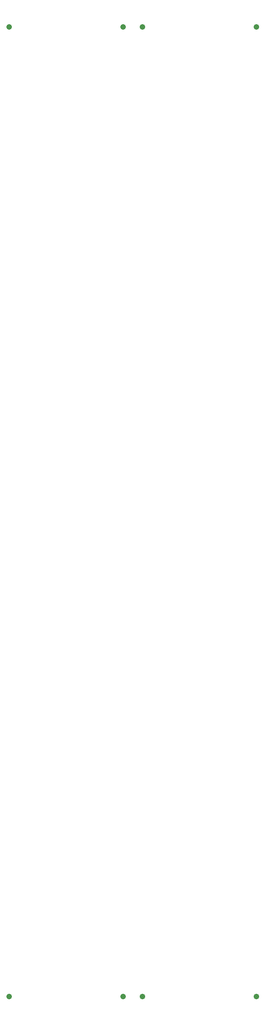
<source format=gts>
G04 #@! TF.GenerationSoftware,KiCad,Pcbnew,(5.1.9)-1*
G04 #@! TF.CreationDate,2021-12-19T15:13:43-05:00*
G04 #@! TF.ProjectId,backplane-breakout-FPC,6261636b-706c-4616-9e65-2d627265616b,rev?*
G04 #@! TF.SameCoordinates,Original*
G04 #@! TF.FileFunction,Soldermask,Top*
G04 #@! TF.FilePolarity,Negative*
%FSLAX46Y46*%
G04 Gerber Fmt 4.6, Leading zero omitted, Abs format (unit mm)*
G04 Created by KiCad (PCBNEW (5.1.9)-1) date 2021-12-19 15:13:43*
%MOMM*%
%LPD*%
G01*
G04 APERTURE LIST*
%ADD10C,0.890000*%
G04 APERTURE END LIST*
D10*
X133955000Y-28000000D03*
X116045000Y-28000000D03*
X154955000Y-180400000D03*
X137045000Y-180400000D03*
X133955000Y-180400000D03*
X116045000Y-180400000D03*
X154955000Y-28000000D03*
X137045000Y-28000000D03*
M02*

</source>
